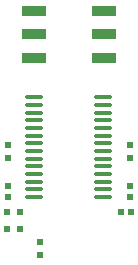
<source format=gbp>
G04*
G04 #@! TF.GenerationSoftware,Altium Limited,Altium Designer,23.0.1 (38)*
G04*
G04 Layer_Color=128*
%FSLAX24Y24*%
%MOIN*%
G70*
G04*
G04 #@! TF.SameCoordinates,9BD69B8C-B535-481D-991D-221D870DF5CB*
G04*
G04*
G04 #@! TF.FilePolarity,Positive*
G04*
G01*
G75*
%ADD18R,0.0236X0.0236*%
%ADD27R,0.0236X0.0236*%
G04:AMPARAMS|DCode=28|XSize=59.1mil|YSize=13.8mil|CornerRadius=3.4mil|HoleSize=0mil|Usage=FLASHONLY|Rotation=180.000|XOffset=0mil|YOffset=0mil|HoleType=Round|Shape=RoundedRectangle|*
%AMROUNDEDRECTD28*
21,1,0.0591,0.0069,0,0,180.0*
21,1,0.0522,0.0138,0,0,180.0*
1,1,0.0069,-0.0261,0.0034*
1,1,0.0069,0.0261,0.0034*
1,1,0.0069,0.0261,-0.0034*
1,1,0.0069,-0.0261,-0.0034*
%
%ADD28ROUNDEDRECTD28*%
%ADD29R,0.0236X0.0216*%
%ADD30R,0.0216X0.0236*%
%ADD31R,0.0827X0.0335*%
D18*
X886Y4010D02*
D03*
X1310D02*
D03*
Y4570D02*
D03*
X886D02*
D03*
D27*
X1998Y3548D02*
D03*
X1998Y3125D02*
D03*
X4993Y6792D02*
D03*
Y6368D02*
D03*
X923Y6792D02*
D03*
Y6368D02*
D03*
D28*
X4092Y5313D02*
D03*
Y5057D02*
D03*
Y5824D02*
D03*
Y5568D02*
D03*
Y6336D02*
D03*
Y6080D02*
D03*
Y6848D02*
D03*
Y6592D02*
D03*
Y7360D02*
D03*
Y7104D02*
D03*
X1808Y8383D02*
D03*
Y8127D02*
D03*
Y7872D02*
D03*
Y7616D02*
D03*
X4092Y8383D02*
D03*
Y8127D02*
D03*
Y7872D02*
D03*
Y7616D02*
D03*
X1808Y7360D02*
D03*
Y7104D02*
D03*
Y6848D02*
D03*
Y6592D02*
D03*
Y6336D02*
D03*
Y6080D02*
D03*
Y5824D02*
D03*
Y5568D02*
D03*
Y5313D02*
D03*
Y5057D02*
D03*
D29*
X923Y5427D02*
D03*
Y5073D02*
D03*
X4993Y5432D02*
D03*
Y5078D02*
D03*
D30*
X4686Y4570D02*
D03*
X5040D02*
D03*
D31*
X1791Y11267D02*
D03*
Y10480D02*
D03*
Y9693D02*
D03*
X4114Y11267D02*
D03*
Y10480D02*
D03*
Y9693D02*
D03*
M02*

</source>
